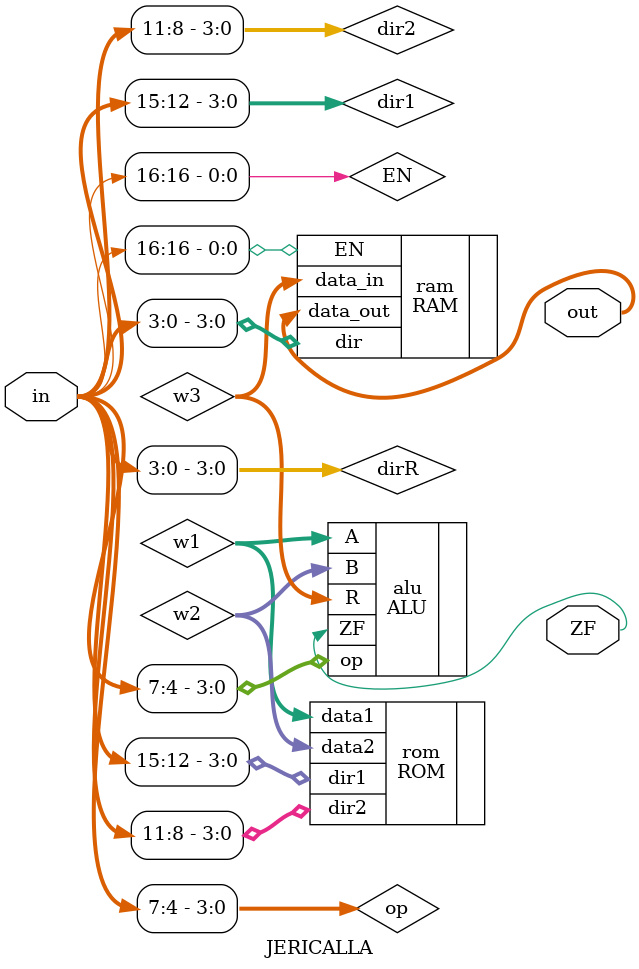
<source format=v>
module JERICALLA (
	input [16:0] in,
	output [31:0] out,
	output ZF
);
	wire EN;
	wire [3:0] dir1;
	wire [3:0] dir2;
	wire [3:0] op;
	wire [3:0] dirR;
	
	wire [31:0] w1;
	wire [31:0] w2;
	wire [31:0] w3;
	
	assign EN = in[16];
	assign dir1 = in[15:12];
	assign dir2 = in[11:8];
	assign op = in[7:4];
	assign dirR = in[3:0];
	
	ROM rom(.dir1(dir1), .dir2(dir2), .data1(w1), .data2(w2));
	ALU alu(.A(w1), .B(w2), .op(op), .R(w3), .ZF(ZF));
	RAM ram(.dir(dirR), .EN(EN), .data_in(w3), .data_out(out));
endmodule

</source>
